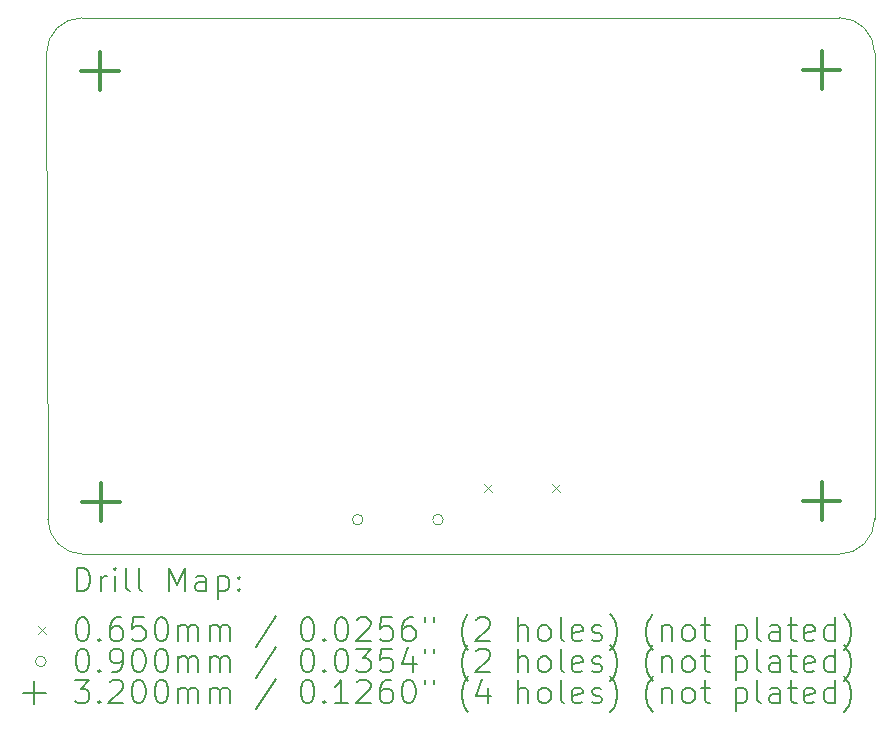
<source format=gbr>
%TF.GenerationSoftware,KiCad,Pcbnew,8.0.5*%
%TF.CreationDate,2024-10-31T19:08:07-07:00*%
%TF.ProjectId,PIG-19,5049472d-3139-42e6-9b69-6361645f7063,rev?*%
%TF.SameCoordinates,Original*%
%TF.FileFunction,Drillmap*%
%TF.FilePolarity,Positive*%
%FSLAX45Y45*%
G04 Gerber Fmt 4.5, Leading zero omitted, Abs format (unit mm)*
G04 Created by KiCad (PCBNEW 8.0.5) date 2024-10-31 19:08:07*
%MOMM*%
%LPD*%
G01*
G04 APERTURE LIST*
%ADD10C,0.050000*%
%ADD11C,0.200000*%
%ADD12C,0.100000*%
%ADD13C,0.320000*%
G04 APERTURE END LIST*
D10*
X12799726Y-10001214D02*
G75*
G02*
X12499087Y-9702120I-647J299994D01*
G01*
X19199147Y-10000055D02*
X12799726Y-10001214D01*
X12499095Y-9702120D02*
X12487195Y-5758752D01*
X19499936Y-5756905D02*
X19499091Y-9699148D01*
X19499091Y-9699148D02*
G75*
G02*
X19199147Y-10000052I-300001J-902D01*
G01*
X19199846Y-5456841D02*
G75*
G02*
X19499929Y-5756905I94J-299989D01*
G01*
X12787195Y-5458752D02*
X19199846Y-5456841D01*
X12487195Y-5758752D02*
G75*
G02*
X12787195Y-5458746I300005J2D01*
G01*
D11*
D12*
X16190695Y-9407252D02*
X16255695Y-9472252D01*
X16255695Y-9407252D02*
X16190695Y-9472252D01*
X16768695Y-9407252D02*
X16833696Y-9472252D01*
X16833696Y-9407252D02*
X16768695Y-9472252D01*
X15167195Y-9707752D02*
G75*
G02*
X15077195Y-9707752I-45000J0D01*
G01*
X15077195Y-9707752D02*
G75*
G02*
X15167195Y-9707752I45000J0D01*
G01*
X15847195Y-9707752D02*
G75*
G02*
X15757195Y-9707752I-45000J0D01*
G01*
X15757195Y-9707752D02*
G75*
G02*
X15847195Y-9707752I45000J0D01*
G01*
D13*
X12937641Y-5748597D02*
X12937641Y-6068597D01*
X12777641Y-5908597D02*
X13097641Y-5908597D01*
X12950445Y-9396000D02*
X12950445Y-9716000D01*
X12790445Y-9556000D02*
X13110445Y-9556000D01*
X19049555Y-5742597D02*
X19049555Y-6062597D01*
X18889555Y-5902597D02*
X19209555Y-5902597D01*
X19050000Y-9390000D02*
X19050000Y-9710000D01*
X18890000Y-9550000D02*
X19210000Y-9550000D01*
D11*
X12745472Y-10315198D02*
X12745472Y-10115198D01*
X12745472Y-10115198D02*
X12793091Y-10115198D01*
X12793091Y-10115198D02*
X12821663Y-10124722D01*
X12821663Y-10124722D02*
X12840710Y-10143770D01*
X12840710Y-10143770D02*
X12850234Y-10162817D01*
X12850234Y-10162817D02*
X12859758Y-10200913D01*
X12859758Y-10200913D02*
X12859758Y-10229484D01*
X12859758Y-10229484D02*
X12850234Y-10267579D01*
X12850234Y-10267579D02*
X12840710Y-10286627D01*
X12840710Y-10286627D02*
X12821663Y-10305675D01*
X12821663Y-10305675D02*
X12793091Y-10315198D01*
X12793091Y-10315198D02*
X12745472Y-10315198D01*
X12945472Y-10315198D02*
X12945472Y-10181865D01*
X12945472Y-10219960D02*
X12954996Y-10200913D01*
X12954996Y-10200913D02*
X12964520Y-10191389D01*
X12964520Y-10191389D02*
X12983567Y-10181865D01*
X12983567Y-10181865D02*
X13002615Y-10181865D01*
X13069282Y-10315198D02*
X13069282Y-10181865D01*
X13069282Y-10115198D02*
X13059758Y-10124722D01*
X13059758Y-10124722D02*
X13069282Y-10134246D01*
X13069282Y-10134246D02*
X13078806Y-10124722D01*
X13078806Y-10124722D02*
X13069282Y-10115198D01*
X13069282Y-10115198D02*
X13069282Y-10134246D01*
X13193091Y-10315198D02*
X13174044Y-10305675D01*
X13174044Y-10305675D02*
X13164520Y-10286627D01*
X13164520Y-10286627D02*
X13164520Y-10115198D01*
X13297853Y-10315198D02*
X13278806Y-10305675D01*
X13278806Y-10305675D02*
X13269282Y-10286627D01*
X13269282Y-10286627D02*
X13269282Y-10115198D01*
X13526425Y-10315198D02*
X13526425Y-10115198D01*
X13526425Y-10115198D02*
X13593091Y-10258056D01*
X13593091Y-10258056D02*
X13659758Y-10115198D01*
X13659758Y-10115198D02*
X13659758Y-10315198D01*
X13840710Y-10315198D02*
X13840710Y-10210437D01*
X13840710Y-10210437D02*
X13831187Y-10191389D01*
X13831187Y-10191389D02*
X13812139Y-10181865D01*
X13812139Y-10181865D02*
X13774044Y-10181865D01*
X13774044Y-10181865D02*
X13754996Y-10191389D01*
X13840710Y-10305675D02*
X13821663Y-10315198D01*
X13821663Y-10315198D02*
X13774044Y-10315198D01*
X13774044Y-10315198D02*
X13754996Y-10305675D01*
X13754996Y-10305675D02*
X13745472Y-10286627D01*
X13745472Y-10286627D02*
X13745472Y-10267579D01*
X13745472Y-10267579D02*
X13754996Y-10248532D01*
X13754996Y-10248532D02*
X13774044Y-10239008D01*
X13774044Y-10239008D02*
X13821663Y-10239008D01*
X13821663Y-10239008D02*
X13840710Y-10229484D01*
X13935948Y-10181865D02*
X13935948Y-10381865D01*
X13935948Y-10191389D02*
X13954996Y-10181865D01*
X13954996Y-10181865D02*
X13993091Y-10181865D01*
X13993091Y-10181865D02*
X14012139Y-10191389D01*
X14012139Y-10191389D02*
X14021663Y-10200913D01*
X14021663Y-10200913D02*
X14031187Y-10219960D01*
X14031187Y-10219960D02*
X14031187Y-10277103D01*
X14031187Y-10277103D02*
X14021663Y-10296151D01*
X14021663Y-10296151D02*
X14012139Y-10305675D01*
X14012139Y-10305675D02*
X13993091Y-10315198D01*
X13993091Y-10315198D02*
X13954996Y-10315198D01*
X13954996Y-10315198D02*
X13935948Y-10305675D01*
X14116901Y-10296151D02*
X14126425Y-10305675D01*
X14126425Y-10305675D02*
X14116901Y-10315198D01*
X14116901Y-10315198D02*
X14107377Y-10305675D01*
X14107377Y-10305675D02*
X14116901Y-10296151D01*
X14116901Y-10296151D02*
X14116901Y-10315198D01*
X14116901Y-10191389D02*
X14126425Y-10200913D01*
X14126425Y-10200913D02*
X14116901Y-10210437D01*
X14116901Y-10210437D02*
X14107377Y-10200913D01*
X14107377Y-10200913D02*
X14116901Y-10191389D01*
X14116901Y-10191389D02*
X14116901Y-10210437D01*
D12*
X12419695Y-10611215D02*
X12484695Y-10676215D01*
X12484695Y-10611215D02*
X12419695Y-10676215D01*
D11*
X12783567Y-10535198D02*
X12802615Y-10535198D01*
X12802615Y-10535198D02*
X12821663Y-10544722D01*
X12821663Y-10544722D02*
X12831187Y-10554246D01*
X12831187Y-10554246D02*
X12840710Y-10573294D01*
X12840710Y-10573294D02*
X12850234Y-10611389D01*
X12850234Y-10611389D02*
X12850234Y-10659008D01*
X12850234Y-10659008D02*
X12840710Y-10697103D01*
X12840710Y-10697103D02*
X12831187Y-10716151D01*
X12831187Y-10716151D02*
X12821663Y-10725675D01*
X12821663Y-10725675D02*
X12802615Y-10735198D01*
X12802615Y-10735198D02*
X12783567Y-10735198D01*
X12783567Y-10735198D02*
X12764520Y-10725675D01*
X12764520Y-10725675D02*
X12754996Y-10716151D01*
X12754996Y-10716151D02*
X12745472Y-10697103D01*
X12745472Y-10697103D02*
X12735948Y-10659008D01*
X12735948Y-10659008D02*
X12735948Y-10611389D01*
X12735948Y-10611389D02*
X12745472Y-10573294D01*
X12745472Y-10573294D02*
X12754996Y-10554246D01*
X12754996Y-10554246D02*
X12764520Y-10544722D01*
X12764520Y-10544722D02*
X12783567Y-10535198D01*
X12935948Y-10716151D02*
X12945472Y-10725675D01*
X12945472Y-10725675D02*
X12935948Y-10735198D01*
X12935948Y-10735198D02*
X12926425Y-10725675D01*
X12926425Y-10725675D02*
X12935948Y-10716151D01*
X12935948Y-10716151D02*
X12935948Y-10735198D01*
X13116901Y-10535198D02*
X13078806Y-10535198D01*
X13078806Y-10535198D02*
X13059758Y-10544722D01*
X13059758Y-10544722D02*
X13050234Y-10554246D01*
X13050234Y-10554246D02*
X13031187Y-10582817D01*
X13031187Y-10582817D02*
X13021663Y-10620913D01*
X13021663Y-10620913D02*
X13021663Y-10697103D01*
X13021663Y-10697103D02*
X13031187Y-10716151D01*
X13031187Y-10716151D02*
X13040710Y-10725675D01*
X13040710Y-10725675D02*
X13059758Y-10735198D01*
X13059758Y-10735198D02*
X13097853Y-10735198D01*
X13097853Y-10735198D02*
X13116901Y-10725675D01*
X13116901Y-10725675D02*
X13126425Y-10716151D01*
X13126425Y-10716151D02*
X13135948Y-10697103D01*
X13135948Y-10697103D02*
X13135948Y-10649484D01*
X13135948Y-10649484D02*
X13126425Y-10630437D01*
X13126425Y-10630437D02*
X13116901Y-10620913D01*
X13116901Y-10620913D02*
X13097853Y-10611389D01*
X13097853Y-10611389D02*
X13059758Y-10611389D01*
X13059758Y-10611389D02*
X13040710Y-10620913D01*
X13040710Y-10620913D02*
X13031187Y-10630437D01*
X13031187Y-10630437D02*
X13021663Y-10649484D01*
X13316901Y-10535198D02*
X13221663Y-10535198D01*
X13221663Y-10535198D02*
X13212139Y-10630437D01*
X13212139Y-10630437D02*
X13221663Y-10620913D01*
X13221663Y-10620913D02*
X13240710Y-10611389D01*
X13240710Y-10611389D02*
X13288329Y-10611389D01*
X13288329Y-10611389D02*
X13307377Y-10620913D01*
X13307377Y-10620913D02*
X13316901Y-10630437D01*
X13316901Y-10630437D02*
X13326425Y-10649484D01*
X13326425Y-10649484D02*
X13326425Y-10697103D01*
X13326425Y-10697103D02*
X13316901Y-10716151D01*
X13316901Y-10716151D02*
X13307377Y-10725675D01*
X13307377Y-10725675D02*
X13288329Y-10735198D01*
X13288329Y-10735198D02*
X13240710Y-10735198D01*
X13240710Y-10735198D02*
X13221663Y-10725675D01*
X13221663Y-10725675D02*
X13212139Y-10716151D01*
X13450234Y-10535198D02*
X13469282Y-10535198D01*
X13469282Y-10535198D02*
X13488329Y-10544722D01*
X13488329Y-10544722D02*
X13497853Y-10554246D01*
X13497853Y-10554246D02*
X13507377Y-10573294D01*
X13507377Y-10573294D02*
X13516901Y-10611389D01*
X13516901Y-10611389D02*
X13516901Y-10659008D01*
X13516901Y-10659008D02*
X13507377Y-10697103D01*
X13507377Y-10697103D02*
X13497853Y-10716151D01*
X13497853Y-10716151D02*
X13488329Y-10725675D01*
X13488329Y-10725675D02*
X13469282Y-10735198D01*
X13469282Y-10735198D02*
X13450234Y-10735198D01*
X13450234Y-10735198D02*
X13431187Y-10725675D01*
X13431187Y-10725675D02*
X13421663Y-10716151D01*
X13421663Y-10716151D02*
X13412139Y-10697103D01*
X13412139Y-10697103D02*
X13402615Y-10659008D01*
X13402615Y-10659008D02*
X13402615Y-10611389D01*
X13402615Y-10611389D02*
X13412139Y-10573294D01*
X13412139Y-10573294D02*
X13421663Y-10554246D01*
X13421663Y-10554246D02*
X13431187Y-10544722D01*
X13431187Y-10544722D02*
X13450234Y-10535198D01*
X13602615Y-10735198D02*
X13602615Y-10601865D01*
X13602615Y-10620913D02*
X13612139Y-10611389D01*
X13612139Y-10611389D02*
X13631187Y-10601865D01*
X13631187Y-10601865D02*
X13659758Y-10601865D01*
X13659758Y-10601865D02*
X13678806Y-10611389D01*
X13678806Y-10611389D02*
X13688329Y-10630437D01*
X13688329Y-10630437D02*
X13688329Y-10735198D01*
X13688329Y-10630437D02*
X13697853Y-10611389D01*
X13697853Y-10611389D02*
X13716901Y-10601865D01*
X13716901Y-10601865D02*
X13745472Y-10601865D01*
X13745472Y-10601865D02*
X13764520Y-10611389D01*
X13764520Y-10611389D02*
X13774044Y-10630437D01*
X13774044Y-10630437D02*
X13774044Y-10735198D01*
X13869282Y-10735198D02*
X13869282Y-10601865D01*
X13869282Y-10620913D02*
X13878806Y-10611389D01*
X13878806Y-10611389D02*
X13897853Y-10601865D01*
X13897853Y-10601865D02*
X13926425Y-10601865D01*
X13926425Y-10601865D02*
X13945472Y-10611389D01*
X13945472Y-10611389D02*
X13954996Y-10630437D01*
X13954996Y-10630437D02*
X13954996Y-10735198D01*
X13954996Y-10630437D02*
X13964520Y-10611389D01*
X13964520Y-10611389D02*
X13983568Y-10601865D01*
X13983568Y-10601865D02*
X14012139Y-10601865D01*
X14012139Y-10601865D02*
X14031187Y-10611389D01*
X14031187Y-10611389D02*
X14040710Y-10630437D01*
X14040710Y-10630437D02*
X14040710Y-10735198D01*
X14431187Y-10525675D02*
X14259758Y-10782817D01*
X14688330Y-10535198D02*
X14707377Y-10535198D01*
X14707377Y-10535198D02*
X14726425Y-10544722D01*
X14726425Y-10544722D02*
X14735949Y-10554246D01*
X14735949Y-10554246D02*
X14745472Y-10573294D01*
X14745472Y-10573294D02*
X14754996Y-10611389D01*
X14754996Y-10611389D02*
X14754996Y-10659008D01*
X14754996Y-10659008D02*
X14745472Y-10697103D01*
X14745472Y-10697103D02*
X14735949Y-10716151D01*
X14735949Y-10716151D02*
X14726425Y-10725675D01*
X14726425Y-10725675D02*
X14707377Y-10735198D01*
X14707377Y-10735198D02*
X14688330Y-10735198D01*
X14688330Y-10735198D02*
X14669282Y-10725675D01*
X14669282Y-10725675D02*
X14659758Y-10716151D01*
X14659758Y-10716151D02*
X14650234Y-10697103D01*
X14650234Y-10697103D02*
X14640711Y-10659008D01*
X14640711Y-10659008D02*
X14640711Y-10611389D01*
X14640711Y-10611389D02*
X14650234Y-10573294D01*
X14650234Y-10573294D02*
X14659758Y-10554246D01*
X14659758Y-10554246D02*
X14669282Y-10544722D01*
X14669282Y-10544722D02*
X14688330Y-10535198D01*
X14840711Y-10716151D02*
X14850234Y-10725675D01*
X14850234Y-10725675D02*
X14840711Y-10735198D01*
X14840711Y-10735198D02*
X14831187Y-10725675D01*
X14831187Y-10725675D02*
X14840711Y-10716151D01*
X14840711Y-10716151D02*
X14840711Y-10735198D01*
X14974044Y-10535198D02*
X14993092Y-10535198D01*
X14993092Y-10535198D02*
X15012139Y-10544722D01*
X15012139Y-10544722D02*
X15021663Y-10554246D01*
X15021663Y-10554246D02*
X15031187Y-10573294D01*
X15031187Y-10573294D02*
X15040711Y-10611389D01*
X15040711Y-10611389D02*
X15040711Y-10659008D01*
X15040711Y-10659008D02*
X15031187Y-10697103D01*
X15031187Y-10697103D02*
X15021663Y-10716151D01*
X15021663Y-10716151D02*
X15012139Y-10725675D01*
X15012139Y-10725675D02*
X14993092Y-10735198D01*
X14993092Y-10735198D02*
X14974044Y-10735198D01*
X14974044Y-10735198D02*
X14954996Y-10725675D01*
X14954996Y-10725675D02*
X14945472Y-10716151D01*
X14945472Y-10716151D02*
X14935949Y-10697103D01*
X14935949Y-10697103D02*
X14926425Y-10659008D01*
X14926425Y-10659008D02*
X14926425Y-10611389D01*
X14926425Y-10611389D02*
X14935949Y-10573294D01*
X14935949Y-10573294D02*
X14945472Y-10554246D01*
X14945472Y-10554246D02*
X14954996Y-10544722D01*
X14954996Y-10544722D02*
X14974044Y-10535198D01*
X15116901Y-10554246D02*
X15126425Y-10544722D01*
X15126425Y-10544722D02*
X15145472Y-10535198D01*
X15145472Y-10535198D02*
X15193092Y-10535198D01*
X15193092Y-10535198D02*
X15212139Y-10544722D01*
X15212139Y-10544722D02*
X15221663Y-10554246D01*
X15221663Y-10554246D02*
X15231187Y-10573294D01*
X15231187Y-10573294D02*
X15231187Y-10592341D01*
X15231187Y-10592341D02*
X15221663Y-10620913D01*
X15221663Y-10620913D02*
X15107377Y-10735198D01*
X15107377Y-10735198D02*
X15231187Y-10735198D01*
X15412139Y-10535198D02*
X15316901Y-10535198D01*
X15316901Y-10535198D02*
X15307377Y-10630437D01*
X15307377Y-10630437D02*
X15316901Y-10620913D01*
X15316901Y-10620913D02*
X15335949Y-10611389D01*
X15335949Y-10611389D02*
X15383568Y-10611389D01*
X15383568Y-10611389D02*
X15402615Y-10620913D01*
X15402615Y-10620913D02*
X15412139Y-10630437D01*
X15412139Y-10630437D02*
X15421663Y-10649484D01*
X15421663Y-10649484D02*
X15421663Y-10697103D01*
X15421663Y-10697103D02*
X15412139Y-10716151D01*
X15412139Y-10716151D02*
X15402615Y-10725675D01*
X15402615Y-10725675D02*
X15383568Y-10735198D01*
X15383568Y-10735198D02*
X15335949Y-10735198D01*
X15335949Y-10735198D02*
X15316901Y-10725675D01*
X15316901Y-10725675D02*
X15307377Y-10716151D01*
X15593092Y-10535198D02*
X15554996Y-10535198D01*
X15554996Y-10535198D02*
X15535949Y-10544722D01*
X15535949Y-10544722D02*
X15526425Y-10554246D01*
X15526425Y-10554246D02*
X15507377Y-10582817D01*
X15507377Y-10582817D02*
X15497853Y-10620913D01*
X15497853Y-10620913D02*
X15497853Y-10697103D01*
X15497853Y-10697103D02*
X15507377Y-10716151D01*
X15507377Y-10716151D02*
X15516901Y-10725675D01*
X15516901Y-10725675D02*
X15535949Y-10735198D01*
X15535949Y-10735198D02*
X15574044Y-10735198D01*
X15574044Y-10735198D02*
X15593092Y-10725675D01*
X15593092Y-10725675D02*
X15602615Y-10716151D01*
X15602615Y-10716151D02*
X15612139Y-10697103D01*
X15612139Y-10697103D02*
X15612139Y-10649484D01*
X15612139Y-10649484D02*
X15602615Y-10630437D01*
X15602615Y-10630437D02*
X15593092Y-10620913D01*
X15593092Y-10620913D02*
X15574044Y-10611389D01*
X15574044Y-10611389D02*
X15535949Y-10611389D01*
X15535949Y-10611389D02*
X15516901Y-10620913D01*
X15516901Y-10620913D02*
X15507377Y-10630437D01*
X15507377Y-10630437D02*
X15497853Y-10649484D01*
X15688330Y-10535198D02*
X15688330Y-10573294D01*
X15764520Y-10535198D02*
X15764520Y-10573294D01*
X16059758Y-10811389D02*
X16050234Y-10801865D01*
X16050234Y-10801865D02*
X16031187Y-10773294D01*
X16031187Y-10773294D02*
X16021663Y-10754246D01*
X16021663Y-10754246D02*
X16012139Y-10725675D01*
X16012139Y-10725675D02*
X16002615Y-10678056D01*
X16002615Y-10678056D02*
X16002615Y-10639960D01*
X16002615Y-10639960D02*
X16012139Y-10592341D01*
X16012139Y-10592341D02*
X16021663Y-10563770D01*
X16021663Y-10563770D02*
X16031187Y-10544722D01*
X16031187Y-10544722D02*
X16050234Y-10516151D01*
X16050234Y-10516151D02*
X16059758Y-10506627D01*
X16126425Y-10554246D02*
X16135949Y-10544722D01*
X16135949Y-10544722D02*
X16154996Y-10535198D01*
X16154996Y-10535198D02*
X16202615Y-10535198D01*
X16202615Y-10535198D02*
X16221663Y-10544722D01*
X16221663Y-10544722D02*
X16231187Y-10554246D01*
X16231187Y-10554246D02*
X16240711Y-10573294D01*
X16240711Y-10573294D02*
X16240711Y-10592341D01*
X16240711Y-10592341D02*
X16231187Y-10620913D01*
X16231187Y-10620913D02*
X16116901Y-10735198D01*
X16116901Y-10735198D02*
X16240711Y-10735198D01*
X16478806Y-10735198D02*
X16478806Y-10535198D01*
X16564520Y-10735198D02*
X16564520Y-10630437D01*
X16564520Y-10630437D02*
X16554996Y-10611389D01*
X16554996Y-10611389D02*
X16535949Y-10601865D01*
X16535949Y-10601865D02*
X16507377Y-10601865D01*
X16507377Y-10601865D02*
X16488330Y-10611389D01*
X16488330Y-10611389D02*
X16478806Y-10620913D01*
X16688330Y-10735198D02*
X16669282Y-10725675D01*
X16669282Y-10725675D02*
X16659758Y-10716151D01*
X16659758Y-10716151D02*
X16650235Y-10697103D01*
X16650235Y-10697103D02*
X16650235Y-10639960D01*
X16650235Y-10639960D02*
X16659758Y-10620913D01*
X16659758Y-10620913D02*
X16669282Y-10611389D01*
X16669282Y-10611389D02*
X16688330Y-10601865D01*
X16688330Y-10601865D02*
X16716901Y-10601865D01*
X16716901Y-10601865D02*
X16735949Y-10611389D01*
X16735949Y-10611389D02*
X16745473Y-10620913D01*
X16745473Y-10620913D02*
X16754996Y-10639960D01*
X16754996Y-10639960D02*
X16754996Y-10697103D01*
X16754996Y-10697103D02*
X16745473Y-10716151D01*
X16745473Y-10716151D02*
X16735949Y-10725675D01*
X16735949Y-10725675D02*
X16716901Y-10735198D01*
X16716901Y-10735198D02*
X16688330Y-10735198D01*
X16869282Y-10735198D02*
X16850235Y-10725675D01*
X16850235Y-10725675D02*
X16840711Y-10706627D01*
X16840711Y-10706627D02*
X16840711Y-10535198D01*
X17021663Y-10725675D02*
X17002616Y-10735198D01*
X17002616Y-10735198D02*
X16964520Y-10735198D01*
X16964520Y-10735198D02*
X16945473Y-10725675D01*
X16945473Y-10725675D02*
X16935949Y-10706627D01*
X16935949Y-10706627D02*
X16935949Y-10630437D01*
X16935949Y-10630437D02*
X16945473Y-10611389D01*
X16945473Y-10611389D02*
X16964520Y-10601865D01*
X16964520Y-10601865D02*
X17002616Y-10601865D01*
X17002616Y-10601865D02*
X17021663Y-10611389D01*
X17021663Y-10611389D02*
X17031187Y-10630437D01*
X17031187Y-10630437D02*
X17031187Y-10649484D01*
X17031187Y-10649484D02*
X16935949Y-10668532D01*
X17107378Y-10725675D02*
X17126425Y-10735198D01*
X17126425Y-10735198D02*
X17164520Y-10735198D01*
X17164520Y-10735198D02*
X17183568Y-10725675D01*
X17183568Y-10725675D02*
X17193092Y-10706627D01*
X17193092Y-10706627D02*
X17193092Y-10697103D01*
X17193092Y-10697103D02*
X17183568Y-10678056D01*
X17183568Y-10678056D02*
X17164520Y-10668532D01*
X17164520Y-10668532D02*
X17135949Y-10668532D01*
X17135949Y-10668532D02*
X17116901Y-10659008D01*
X17116901Y-10659008D02*
X17107378Y-10639960D01*
X17107378Y-10639960D02*
X17107378Y-10630437D01*
X17107378Y-10630437D02*
X17116901Y-10611389D01*
X17116901Y-10611389D02*
X17135949Y-10601865D01*
X17135949Y-10601865D02*
X17164520Y-10601865D01*
X17164520Y-10601865D02*
X17183568Y-10611389D01*
X17259759Y-10811389D02*
X17269282Y-10801865D01*
X17269282Y-10801865D02*
X17288330Y-10773294D01*
X17288330Y-10773294D02*
X17297854Y-10754246D01*
X17297854Y-10754246D02*
X17307378Y-10725675D01*
X17307378Y-10725675D02*
X17316901Y-10678056D01*
X17316901Y-10678056D02*
X17316901Y-10639960D01*
X17316901Y-10639960D02*
X17307378Y-10592341D01*
X17307378Y-10592341D02*
X17297854Y-10563770D01*
X17297854Y-10563770D02*
X17288330Y-10544722D01*
X17288330Y-10544722D02*
X17269282Y-10516151D01*
X17269282Y-10516151D02*
X17259759Y-10506627D01*
X17621663Y-10811389D02*
X17612139Y-10801865D01*
X17612139Y-10801865D02*
X17593092Y-10773294D01*
X17593092Y-10773294D02*
X17583568Y-10754246D01*
X17583568Y-10754246D02*
X17574044Y-10725675D01*
X17574044Y-10725675D02*
X17564520Y-10678056D01*
X17564520Y-10678056D02*
X17564520Y-10639960D01*
X17564520Y-10639960D02*
X17574044Y-10592341D01*
X17574044Y-10592341D02*
X17583568Y-10563770D01*
X17583568Y-10563770D02*
X17593092Y-10544722D01*
X17593092Y-10544722D02*
X17612139Y-10516151D01*
X17612139Y-10516151D02*
X17621663Y-10506627D01*
X17697854Y-10601865D02*
X17697854Y-10735198D01*
X17697854Y-10620913D02*
X17707378Y-10611389D01*
X17707378Y-10611389D02*
X17726425Y-10601865D01*
X17726425Y-10601865D02*
X17754997Y-10601865D01*
X17754997Y-10601865D02*
X17774044Y-10611389D01*
X17774044Y-10611389D02*
X17783568Y-10630437D01*
X17783568Y-10630437D02*
X17783568Y-10735198D01*
X17907378Y-10735198D02*
X17888330Y-10725675D01*
X17888330Y-10725675D02*
X17878806Y-10716151D01*
X17878806Y-10716151D02*
X17869282Y-10697103D01*
X17869282Y-10697103D02*
X17869282Y-10639960D01*
X17869282Y-10639960D02*
X17878806Y-10620913D01*
X17878806Y-10620913D02*
X17888330Y-10611389D01*
X17888330Y-10611389D02*
X17907378Y-10601865D01*
X17907378Y-10601865D02*
X17935949Y-10601865D01*
X17935949Y-10601865D02*
X17954997Y-10611389D01*
X17954997Y-10611389D02*
X17964520Y-10620913D01*
X17964520Y-10620913D02*
X17974044Y-10639960D01*
X17974044Y-10639960D02*
X17974044Y-10697103D01*
X17974044Y-10697103D02*
X17964520Y-10716151D01*
X17964520Y-10716151D02*
X17954997Y-10725675D01*
X17954997Y-10725675D02*
X17935949Y-10735198D01*
X17935949Y-10735198D02*
X17907378Y-10735198D01*
X18031187Y-10601865D02*
X18107378Y-10601865D01*
X18059759Y-10535198D02*
X18059759Y-10706627D01*
X18059759Y-10706627D02*
X18069282Y-10725675D01*
X18069282Y-10725675D02*
X18088330Y-10735198D01*
X18088330Y-10735198D02*
X18107378Y-10735198D01*
X18326425Y-10601865D02*
X18326425Y-10801865D01*
X18326425Y-10611389D02*
X18345473Y-10601865D01*
X18345473Y-10601865D02*
X18383568Y-10601865D01*
X18383568Y-10601865D02*
X18402616Y-10611389D01*
X18402616Y-10611389D02*
X18412140Y-10620913D01*
X18412140Y-10620913D02*
X18421663Y-10639960D01*
X18421663Y-10639960D02*
X18421663Y-10697103D01*
X18421663Y-10697103D02*
X18412140Y-10716151D01*
X18412140Y-10716151D02*
X18402616Y-10725675D01*
X18402616Y-10725675D02*
X18383568Y-10735198D01*
X18383568Y-10735198D02*
X18345473Y-10735198D01*
X18345473Y-10735198D02*
X18326425Y-10725675D01*
X18535949Y-10735198D02*
X18516901Y-10725675D01*
X18516901Y-10725675D02*
X18507378Y-10706627D01*
X18507378Y-10706627D02*
X18507378Y-10535198D01*
X18697854Y-10735198D02*
X18697854Y-10630437D01*
X18697854Y-10630437D02*
X18688330Y-10611389D01*
X18688330Y-10611389D02*
X18669282Y-10601865D01*
X18669282Y-10601865D02*
X18631187Y-10601865D01*
X18631187Y-10601865D02*
X18612140Y-10611389D01*
X18697854Y-10725675D02*
X18678806Y-10735198D01*
X18678806Y-10735198D02*
X18631187Y-10735198D01*
X18631187Y-10735198D02*
X18612140Y-10725675D01*
X18612140Y-10725675D02*
X18602616Y-10706627D01*
X18602616Y-10706627D02*
X18602616Y-10687579D01*
X18602616Y-10687579D02*
X18612140Y-10668532D01*
X18612140Y-10668532D02*
X18631187Y-10659008D01*
X18631187Y-10659008D02*
X18678806Y-10659008D01*
X18678806Y-10659008D02*
X18697854Y-10649484D01*
X18764521Y-10601865D02*
X18840711Y-10601865D01*
X18793092Y-10535198D02*
X18793092Y-10706627D01*
X18793092Y-10706627D02*
X18802616Y-10725675D01*
X18802616Y-10725675D02*
X18821663Y-10735198D01*
X18821663Y-10735198D02*
X18840711Y-10735198D01*
X18983568Y-10725675D02*
X18964521Y-10735198D01*
X18964521Y-10735198D02*
X18926425Y-10735198D01*
X18926425Y-10735198D02*
X18907378Y-10725675D01*
X18907378Y-10725675D02*
X18897854Y-10706627D01*
X18897854Y-10706627D02*
X18897854Y-10630437D01*
X18897854Y-10630437D02*
X18907378Y-10611389D01*
X18907378Y-10611389D02*
X18926425Y-10601865D01*
X18926425Y-10601865D02*
X18964521Y-10601865D01*
X18964521Y-10601865D02*
X18983568Y-10611389D01*
X18983568Y-10611389D02*
X18993092Y-10630437D01*
X18993092Y-10630437D02*
X18993092Y-10649484D01*
X18993092Y-10649484D02*
X18897854Y-10668532D01*
X19164521Y-10735198D02*
X19164521Y-10535198D01*
X19164521Y-10725675D02*
X19145473Y-10735198D01*
X19145473Y-10735198D02*
X19107378Y-10735198D01*
X19107378Y-10735198D02*
X19088330Y-10725675D01*
X19088330Y-10725675D02*
X19078806Y-10716151D01*
X19078806Y-10716151D02*
X19069282Y-10697103D01*
X19069282Y-10697103D02*
X19069282Y-10639960D01*
X19069282Y-10639960D02*
X19078806Y-10620913D01*
X19078806Y-10620913D02*
X19088330Y-10611389D01*
X19088330Y-10611389D02*
X19107378Y-10601865D01*
X19107378Y-10601865D02*
X19145473Y-10601865D01*
X19145473Y-10601865D02*
X19164521Y-10611389D01*
X19240711Y-10811389D02*
X19250235Y-10801865D01*
X19250235Y-10801865D02*
X19269282Y-10773294D01*
X19269282Y-10773294D02*
X19278806Y-10754246D01*
X19278806Y-10754246D02*
X19288330Y-10725675D01*
X19288330Y-10725675D02*
X19297854Y-10678056D01*
X19297854Y-10678056D02*
X19297854Y-10639960D01*
X19297854Y-10639960D02*
X19288330Y-10592341D01*
X19288330Y-10592341D02*
X19278806Y-10563770D01*
X19278806Y-10563770D02*
X19269282Y-10544722D01*
X19269282Y-10544722D02*
X19250235Y-10516151D01*
X19250235Y-10516151D02*
X19240711Y-10506627D01*
D12*
X12484695Y-10907715D02*
G75*
G02*
X12394695Y-10907715I-45000J0D01*
G01*
X12394695Y-10907715D02*
G75*
G02*
X12484695Y-10907715I45000J0D01*
G01*
D11*
X12783567Y-10799198D02*
X12802615Y-10799198D01*
X12802615Y-10799198D02*
X12821663Y-10808722D01*
X12821663Y-10808722D02*
X12831187Y-10818246D01*
X12831187Y-10818246D02*
X12840710Y-10837294D01*
X12840710Y-10837294D02*
X12850234Y-10875389D01*
X12850234Y-10875389D02*
X12850234Y-10923008D01*
X12850234Y-10923008D02*
X12840710Y-10961103D01*
X12840710Y-10961103D02*
X12831187Y-10980151D01*
X12831187Y-10980151D02*
X12821663Y-10989675D01*
X12821663Y-10989675D02*
X12802615Y-10999198D01*
X12802615Y-10999198D02*
X12783567Y-10999198D01*
X12783567Y-10999198D02*
X12764520Y-10989675D01*
X12764520Y-10989675D02*
X12754996Y-10980151D01*
X12754996Y-10980151D02*
X12745472Y-10961103D01*
X12745472Y-10961103D02*
X12735948Y-10923008D01*
X12735948Y-10923008D02*
X12735948Y-10875389D01*
X12735948Y-10875389D02*
X12745472Y-10837294D01*
X12745472Y-10837294D02*
X12754996Y-10818246D01*
X12754996Y-10818246D02*
X12764520Y-10808722D01*
X12764520Y-10808722D02*
X12783567Y-10799198D01*
X12935948Y-10980151D02*
X12945472Y-10989675D01*
X12945472Y-10989675D02*
X12935948Y-10999198D01*
X12935948Y-10999198D02*
X12926425Y-10989675D01*
X12926425Y-10989675D02*
X12935948Y-10980151D01*
X12935948Y-10980151D02*
X12935948Y-10999198D01*
X13040710Y-10999198D02*
X13078806Y-10999198D01*
X13078806Y-10999198D02*
X13097853Y-10989675D01*
X13097853Y-10989675D02*
X13107377Y-10980151D01*
X13107377Y-10980151D02*
X13126425Y-10951579D01*
X13126425Y-10951579D02*
X13135948Y-10913484D01*
X13135948Y-10913484D02*
X13135948Y-10837294D01*
X13135948Y-10837294D02*
X13126425Y-10818246D01*
X13126425Y-10818246D02*
X13116901Y-10808722D01*
X13116901Y-10808722D02*
X13097853Y-10799198D01*
X13097853Y-10799198D02*
X13059758Y-10799198D01*
X13059758Y-10799198D02*
X13040710Y-10808722D01*
X13040710Y-10808722D02*
X13031187Y-10818246D01*
X13031187Y-10818246D02*
X13021663Y-10837294D01*
X13021663Y-10837294D02*
X13021663Y-10884913D01*
X13021663Y-10884913D02*
X13031187Y-10903960D01*
X13031187Y-10903960D02*
X13040710Y-10913484D01*
X13040710Y-10913484D02*
X13059758Y-10923008D01*
X13059758Y-10923008D02*
X13097853Y-10923008D01*
X13097853Y-10923008D02*
X13116901Y-10913484D01*
X13116901Y-10913484D02*
X13126425Y-10903960D01*
X13126425Y-10903960D02*
X13135948Y-10884913D01*
X13259758Y-10799198D02*
X13278806Y-10799198D01*
X13278806Y-10799198D02*
X13297853Y-10808722D01*
X13297853Y-10808722D02*
X13307377Y-10818246D01*
X13307377Y-10818246D02*
X13316901Y-10837294D01*
X13316901Y-10837294D02*
X13326425Y-10875389D01*
X13326425Y-10875389D02*
X13326425Y-10923008D01*
X13326425Y-10923008D02*
X13316901Y-10961103D01*
X13316901Y-10961103D02*
X13307377Y-10980151D01*
X13307377Y-10980151D02*
X13297853Y-10989675D01*
X13297853Y-10989675D02*
X13278806Y-10999198D01*
X13278806Y-10999198D02*
X13259758Y-10999198D01*
X13259758Y-10999198D02*
X13240710Y-10989675D01*
X13240710Y-10989675D02*
X13231187Y-10980151D01*
X13231187Y-10980151D02*
X13221663Y-10961103D01*
X13221663Y-10961103D02*
X13212139Y-10923008D01*
X13212139Y-10923008D02*
X13212139Y-10875389D01*
X13212139Y-10875389D02*
X13221663Y-10837294D01*
X13221663Y-10837294D02*
X13231187Y-10818246D01*
X13231187Y-10818246D02*
X13240710Y-10808722D01*
X13240710Y-10808722D02*
X13259758Y-10799198D01*
X13450234Y-10799198D02*
X13469282Y-10799198D01*
X13469282Y-10799198D02*
X13488329Y-10808722D01*
X13488329Y-10808722D02*
X13497853Y-10818246D01*
X13497853Y-10818246D02*
X13507377Y-10837294D01*
X13507377Y-10837294D02*
X13516901Y-10875389D01*
X13516901Y-10875389D02*
X13516901Y-10923008D01*
X13516901Y-10923008D02*
X13507377Y-10961103D01*
X13507377Y-10961103D02*
X13497853Y-10980151D01*
X13497853Y-10980151D02*
X13488329Y-10989675D01*
X13488329Y-10989675D02*
X13469282Y-10999198D01*
X13469282Y-10999198D02*
X13450234Y-10999198D01*
X13450234Y-10999198D02*
X13431187Y-10989675D01*
X13431187Y-10989675D02*
X13421663Y-10980151D01*
X13421663Y-10980151D02*
X13412139Y-10961103D01*
X13412139Y-10961103D02*
X13402615Y-10923008D01*
X13402615Y-10923008D02*
X13402615Y-10875389D01*
X13402615Y-10875389D02*
X13412139Y-10837294D01*
X13412139Y-10837294D02*
X13421663Y-10818246D01*
X13421663Y-10818246D02*
X13431187Y-10808722D01*
X13431187Y-10808722D02*
X13450234Y-10799198D01*
X13602615Y-10999198D02*
X13602615Y-10865865D01*
X13602615Y-10884913D02*
X13612139Y-10875389D01*
X13612139Y-10875389D02*
X13631187Y-10865865D01*
X13631187Y-10865865D02*
X13659758Y-10865865D01*
X13659758Y-10865865D02*
X13678806Y-10875389D01*
X13678806Y-10875389D02*
X13688329Y-10894437D01*
X13688329Y-10894437D02*
X13688329Y-10999198D01*
X13688329Y-10894437D02*
X13697853Y-10875389D01*
X13697853Y-10875389D02*
X13716901Y-10865865D01*
X13716901Y-10865865D02*
X13745472Y-10865865D01*
X13745472Y-10865865D02*
X13764520Y-10875389D01*
X13764520Y-10875389D02*
X13774044Y-10894437D01*
X13774044Y-10894437D02*
X13774044Y-10999198D01*
X13869282Y-10999198D02*
X13869282Y-10865865D01*
X13869282Y-10884913D02*
X13878806Y-10875389D01*
X13878806Y-10875389D02*
X13897853Y-10865865D01*
X13897853Y-10865865D02*
X13926425Y-10865865D01*
X13926425Y-10865865D02*
X13945472Y-10875389D01*
X13945472Y-10875389D02*
X13954996Y-10894437D01*
X13954996Y-10894437D02*
X13954996Y-10999198D01*
X13954996Y-10894437D02*
X13964520Y-10875389D01*
X13964520Y-10875389D02*
X13983568Y-10865865D01*
X13983568Y-10865865D02*
X14012139Y-10865865D01*
X14012139Y-10865865D02*
X14031187Y-10875389D01*
X14031187Y-10875389D02*
X14040710Y-10894437D01*
X14040710Y-10894437D02*
X14040710Y-10999198D01*
X14431187Y-10789675D02*
X14259758Y-11046817D01*
X14688330Y-10799198D02*
X14707377Y-10799198D01*
X14707377Y-10799198D02*
X14726425Y-10808722D01*
X14726425Y-10808722D02*
X14735949Y-10818246D01*
X14735949Y-10818246D02*
X14745472Y-10837294D01*
X14745472Y-10837294D02*
X14754996Y-10875389D01*
X14754996Y-10875389D02*
X14754996Y-10923008D01*
X14754996Y-10923008D02*
X14745472Y-10961103D01*
X14745472Y-10961103D02*
X14735949Y-10980151D01*
X14735949Y-10980151D02*
X14726425Y-10989675D01*
X14726425Y-10989675D02*
X14707377Y-10999198D01*
X14707377Y-10999198D02*
X14688330Y-10999198D01*
X14688330Y-10999198D02*
X14669282Y-10989675D01*
X14669282Y-10989675D02*
X14659758Y-10980151D01*
X14659758Y-10980151D02*
X14650234Y-10961103D01*
X14650234Y-10961103D02*
X14640711Y-10923008D01*
X14640711Y-10923008D02*
X14640711Y-10875389D01*
X14640711Y-10875389D02*
X14650234Y-10837294D01*
X14650234Y-10837294D02*
X14659758Y-10818246D01*
X14659758Y-10818246D02*
X14669282Y-10808722D01*
X14669282Y-10808722D02*
X14688330Y-10799198D01*
X14840711Y-10980151D02*
X14850234Y-10989675D01*
X14850234Y-10989675D02*
X14840711Y-10999198D01*
X14840711Y-10999198D02*
X14831187Y-10989675D01*
X14831187Y-10989675D02*
X14840711Y-10980151D01*
X14840711Y-10980151D02*
X14840711Y-10999198D01*
X14974044Y-10799198D02*
X14993092Y-10799198D01*
X14993092Y-10799198D02*
X15012139Y-10808722D01*
X15012139Y-10808722D02*
X15021663Y-10818246D01*
X15021663Y-10818246D02*
X15031187Y-10837294D01*
X15031187Y-10837294D02*
X15040711Y-10875389D01*
X15040711Y-10875389D02*
X15040711Y-10923008D01*
X15040711Y-10923008D02*
X15031187Y-10961103D01*
X15031187Y-10961103D02*
X15021663Y-10980151D01*
X15021663Y-10980151D02*
X15012139Y-10989675D01*
X15012139Y-10989675D02*
X14993092Y-10999198D01*
X14993092Y-10999198D02*
X14974044Y-10999198D01*
X14974044Y-10999198D02*
X14954996Y-10989675D01*
X14954996Y-10989675D02*
X14945472Y-10980151D01*
X14945472Y-10980151D02*
X14935949Y-10961103D01*
X14935949Y-10961103D02*
X14926425Y-10923008D01*
X14926425Y-10923008D02*
X14926425Y-10875389D01*
X14926425Y-10875389D02*
X14935949Y-10837294D01*
X14935949Y-10837294D02*
X14945472Y-10818246D01*
X14945472Y-10818246D02*
X14954996Y-10808722D01*
X14954996Y-10808722D02*
X14974044Y-10799198D01*
X15107377Y-10799198D02*
X15231187Y-10799198D01*
X15231187Y-10799198D02*
X15164520Y-10875389D01*
X15164520Y-10875389D02*
X15193092Y-10875389D01*
X15193092Y-10875389D02*
X15212139Y-10884913D01*
X15212139Y-10884913D02*
X15221663Y-10894437D01*
X15221663Y-10894437D02*
X15231187Y-10913484D01*
X15231187Y-10913484D02*
X15231187Y-10961103D01*
X15231187Y-10961103D02*
X15221663Y-10980151D01*
X15221663Y-10980151D02*
X15212139Y-10989675D01*
X15212139Y-10989675D02*
X15193092Y-10999198D01*
X15193092Y-10999198D02*
X15135949Y-10999198D01*
X15135949Y-10999198D02*
X15116901Y-10989675D01*
X15116901Y-10989675D02*
X15107377Y-10980151D01*
X15412139Y-10799198D02*
X15316901Y-10799198D01*
X15316901Y-10799198D02*
X15307377Y-10894437D01*
X15307377Y-10894437D02*
X15316901Y-10884913D01*
X15316901Y-10884913D02*
X15335949Y-10875389D01*
X15335949Y-10875389D02*
X15383568Y-10875389D01*
X15383568Y-10875389D02*
X15402615Y-10884913D01*
X15402615Y-10884913D02*
X15412139Y-10894437D01*
X15412139Y-10894437D02*
X15421663Y-10913484D01*
X15421663Y-10913484D02*
X15421663Y-10961103D01*
X15421663Y-10961103D02*
X15412139Y-10980151D01*
X15412139Y-10980151D02*
X15402615Y-10989675D01*
X15402615Y-10989675D02*
X15383568Y-10999198D01*
X15383568Y-10999198D02*
X15335949Y-10999198D01*
X15335949Y-10999198D02*
X15316901Y-10989675D01*
X15316901Y-10989675D02*
X15307377Y-10980151D01*
X15593092Y-10865865D02*
X15593092Y-10999198D01*
X15545472Y-10789675D02*
X15497853Y-10932532D01*
X15497853Y-10932532D02*
X15621663Y-10932532D01*
X15688330Y-10799198D02*
X15688330Y-10837294D01*
X15764520Y-10799198D02*
X15764520Y-10837294D01*
X16059758Y-11075389D02*
X16050234Y-11065865D01*
X16050234Y-11065865D02*
X16031187Y-11037294D01*
X16031187Y-11037294D02*
X16021663Y-11018246D01*
X16021663Y-11018246D02*
X16012139Y-10989675D01*
X16012139Y-10989675D02*
X16002615Y-10942056D01*
X16002615Y-10942056D02*
X16002615Y-10903960D01*
X16002615Y-10903960D02*
X16012139Y-10856341D01*
X16012139Y-10856341D02*
X16021663Y-10827770D01*
X16021663Y-10827770D02*
X16031187Y-10808722D01*
X16031187Y-10808722D02*
X16050234Y-10780151D01*
X16050234Y-10780151D02*
X16059758Y-10770627D01*
X16126425Y-10818246D02*
X16135949Y-10808722D01*
X16135949Y-10808722D02*
X16154996Y-10799198D01*
X16154996Y-10799198D02*
X16202615Y-10799198D01*
X16202615Y-10799198D02*
X16221663Y-10808722D01*
X16221663Y-10808722D02*
X16231187Y-10818246D01*
X16231187Y-10818246D02*
X16240711Y-10837294D01*
X16240711Y-10837294D02*
X16240711Y-10856341D01*
X16240711Y-10856341D02*
X16231187Y-10884913D01*
X16231187Y-10884913D02*
X16116901Y-10999198D01*
X16116901Y-10999198D02*
X16240711Y-10999198D01*
X16478806Y-10999198D02*
X16478806Y-10799198D01*
X16564520Y-10999198D02*
X16564520Y-10894437D01*
X16564520Y-10894437D02*
X16554996Y-10875389D01*
X16554996Y-10875389D02*
X16535949Y-10865865D01*
X16535949Y-10865865D02*
X16507377Y-10865865D01*
X16507377Y-10865865D02*
X16488330Y-10875389D01*
X16488330Y-10875389D02*
X16478806Y-10884913D01*
X16688330Y-10999198D02*
X16669282Y-10989675D01*
X16669282Y-10989675D02*
X16659758Y-10980151D01*
X16659758Y-10980151D02*
X16650235Y-10961103D01*
X16650235Y-10961103D02*
X16650235Y-10903960D01*
X16650235Y-10903960D02*
X16659758Y-10884913D01*
X16659758Y-10884913D02*
X16669282Y-10875389D01*
X16669282Y-10875389D02*
X16688330Y-10865865D01*
X16688330Y-10865865D02*
X16716901Y-10865865D01*
X16716901Y-10865865D02*
X16735949Y-10875389D01*
X16735949Y-10875389D02*
X16745473Y-10884913D01*
X16745473Y-10884913D02*
X16754996Y-10903960D01*
X16754996Y-10903960D02*
X16754996Y-10961103D01*
X16754996Y-10961103D02*
X16745473Y-10980151D01*
X16745473Y-10980151D02*
X16735949Y-10989675D01*
X16735949Y-10989675D02*
X16716901Y-10999198D01*
X16716901Y-10999198D02*
X16688330Y-10999198D01*
X16869282Y-10999198D02*
X16850235Y-10989675D01*
X16850235Y-10989675D02*
X16840711Y-10970627D01*
X16840711Y-10970627D02*
X16840711Y-10799198D01*
X17021663Y-10989675D02*
X17002616Y-10999198D01*
X17002616Y-10999198D02*
X16964520Y-10999198D01*
X16964520Y-10999198D02*
X16945473Y-10989675D01*
X16945473Y-10989675D02*
X16935949Y-10970627D01*
X16935949Y-10970627D02*
X16935949Y-10894437D01*
X16935949Y-10894437D02*
X16945473Y-10875389D01*
X16945473Y-10875389D02*
X16964520Y-10865865D01*
X16964520Y-10865865D02*
X17002616Y-10865865D01*
X17002616Y-10865865D02*
X17021663Y-10875389D01*
X17021663Y-10875389D02*
X17031187Y-10894437D01*
X17031187Y-10894437D02*
X17031187Y-10913484D01*
X17031187Y-10913484D02*
X16935949Y-10932532D01*
X17107378Y-10989675D02*
X17126425Y-10999198D01*
X17126425Y-10999198D02*
X17164520Y-10999198D01*
X17164520Y-10999198D02*
X17183568Y-10989675D01*
X17183568Y-10989675D02*
X17193092Y-10970627D01*
X17193092Y-10970627D02*
X17193092Y-10961103D01*
X17193092Y-10961103D02*
X17183568Y-10942056D01*
X17183568Y-10942056D02*
X17164520Y-10932532D01*
X17164520Y-10932532D02*
X17135949Y-10932532D01*
X17135949Y-10932532D02*
X17116901Y-10923008D01*
X17116901Y-10923008D02*
X17107378Y-10903960D01*
X17107378Y-10903960D02*
X17107378Y-10894437D01*
X17107378Y-10894437D02*
X17116901Y-10875389D01*
X17116901Y-10875389D02*
X17135949Y-10865865D01*
X17135949Y-10865865D02*
X17164520Y-10865865D01*
X17164520Y-10865865D02*
X17183568Y-10875389D01*
X17259759Y-11075389D02*
X17269282Y-11065865D01*
X17269282Y-11065865D02*
X17288330Y-11037294D01*
X17288330Y-11037294D02*
X17297854Y-11018246D01*
X17297854Y-11018246D02*
X17307378Y-10989675D01*
X17307378Y-10989675D02*
X17316901Y-10942056D01*
X17316901Y-10942056D02*
X17316901Y-10903960D01*
X17316901Y-10903960D02*
X17307378Y-10856341D01*
X17307378Y-10856341D02*
X17297854Y-10827770D01*
X17297854Y-10827770D02*
X17288330Y-10808722D01*
X17288330Y-10808722D02*
X17269282Y-10780151D01*
X17269282Y-10780151D02*
X17259759Y-10770627D01*
X17621663Y-11075389D02*
X17612139Y-11065865D01*
X17612139Y-11065865D02*
X17593092Y-11037294D01*
X17593092Y-11037294D02*
X17583568Y-11018246D01*
X17583568Y-11018246D02*
X17574044Y-10989675D01*
X17574044Y-10989675D02*
X17564520Y-10942056D01*
X17564520Y-10942056D02*
X17564520Y-10903960D01*
X17564520Y-10903960D02*
X17574044Y-10856341D01*
X17574044Y-10856341D02*
X17583568Y-10827770D01*
X17583568Y-10827770D02*
X17593092Y-10808722D01*
X17593092Y-10808722D02*
X17612139Y-10780151D01*
X17612139Y-10780151D02*
X17621663Y-10770627D01*
X17697854Y-10865865D02*
X17697854Y-10999198D01*
X17697854Y-10884913D02*
X17707378Y-10875389D01*
X17707378Y-10875389D02*
X17726425Y-10865865D01*
X17726425Y-10865865D02*
X17754997Y-10865865D01*
X17754997Y-10865865D02*
X17774044Y-10875389D01*
X17774044Y-10875389D02*
X17783568Y-10894437D01*
X17783568Y-10894437D02*
X17783568Y-10999198D01*
X17907378Y-10999198D02*
X17888330Y-10989675D01*
X17888330Y-10989675D02*
X17878806Y-10980151D01*
X17878806Y-10980151D02*
X17869282Y-10961103D01*
X17869282Y-10961103D02*
X17869282Y-10903960D01*
X17869282Y-10903960D02*
X17878806Y-10884913D01*
X17878806Y-10884913D02*
X17888330Y-10875389D01*
X17888330Y-10875389D02*
X17907378Y-10865865D01*
X17907378Y-10865865D02*
X17935949Y-10865865D01*
X17935949Y-10865865D02*
X17954997Y-10875389D01*
X17954997Y-10875389D02*
X17964520Y-10884913D01*
X17964520Y-10884913D02*
X17974044Y-10903960D01*
X17974044Y-10903960D02*
X17974044Y-10961103D01*
X17974044Y-10961103D02*
X17964520Y-10980151D01*
X17964520Y-10980151D02*
X17954997Y-10989675D01*
X17954997Y-10989675D02*
X17935949Y-10999198D01*
X17935949Y-10999198D02*
X17907378Y-10999198D01*
X18031187Y-10865865D02*
X18107378Y-10865865D01*
X18059759Y-10799198D02*
X18059759Y-10970627D01*
X18059759Y-10970627D02*
X18069282Y-10989675D01*
X18069282Y-10989675D02*
X18088330Y-10999198D01*
X18088330Y-10999198D02*
X18107378Y-10999198D01*
X18326425Y-10865865D02*
X18326425Y-11065865D01*
X18326425Y-10875389D02*
X18345473Y-10865865D01*
X18345473Y-10865865D02*
X18383568Y-10865865D01*
X18383568Y-10865865D02*
X18402616Y-10875389D01*
X18402616Y-10875389D02*
X18412140Y-10884913D01*
X18412140Y-10884913D02*
X18421663Y-10903960D01*
X18421663Y-10903960D02*
X18421663Y-10961103D01*
X18421663Y-10961103D02*
X18412140Y-10980151D01*
X18412140Y-10980151D02*
X18402616Y-10989675D01*
X18402616Y-10989675D02*
X18383568Y-10999198D01*
X18383568Y-10999198D02*
X18345473Y-10999198D01*
X18345473Y-10999198D02*
X18326425Y-10989675D01*
X18535949Y-10999198D02*
X18516901Y-10989675D01*
X18516901Y-10989675D02*
X18507378Y-10970627D01*
X18507378Y-10970627D02*
X18507378Y-10799198D01*
X18697854Y-10999198D02*
X18697854Y-10894437D01*
X18697854Y-10894437D02*
X18688330Y-10875389D01*
X18688330Y-10875389D02*
X18669282Y-10865865D01*
X18669282Y-10865865D02*
X18631187Y-10865865D01*
X18631187Y-10865865D02*
X18612140Y-10875389D01*
X18697854Y-10989675D02*
X18678806Y-10999198D01*
X18678806Y-10999198D02*
X18631187Y-10999198D01*
X18631187Y-10999198D02*
X18612140Y-10989675D01*
X18612140Y-10989675D02*
X18602616Y-10970627D01*
X18602616Y-10970627D02*
X18602616Y-10951579D01*
X18602616Y-10951579D02*
X18612140Y-10932532D01*
X18612140Y-10932532D02*
X18631187Y-10923008D01*
X18631187Y-10923008D02*
X18678806Y-10923008D01*
X18678806Y-10923008D02*
X18697854Y-10913484D01*
X18764521Y-10865865D02*
X18840711Y-10865865D01*
X18793092Y-10799198D02*
X18793092Y-10970627D01*
X18793092Y-10970627D02*
X18802616Y-10989675D01*
X18802616Y-10989675D02*
X18821663Y-10999198D01*
X18821663Y-10999198D02*
X18840711Y-10999198D01*
X18983568Y-10989675D02*
X18964521Y-10999198D01*
X18964521Y-10999198D02*
X18926425Y-10999198D01*
X18926425Y-10999198D02*
X18907378Y-10989675D01*
X18907378Y-10989675D02*
X18897854Y-10970627D01*
X18897854Y-10970627D02*
X18897854Y-10894437D01*
X18897854Y-10894437D02*
X18907378Y-10875389D01*
X18907378Y-10875389D02*
X18926425Y-10865865D01*
X18926425Y-10865865D02*
X18964521Y-10865865D01*
X18964521Y-10865865D02*
X18983568Y-10875389D01*
X18983568Y-10875389D02*
X18993092Y-10894437D01*
X18993092Y-10894437D02*
X18993092Y-10913484D01*
X18993092Y-10913484D02*
X18897854Y-10932532D01*
X19164521Y-10999198D02*
X19164521Y-10799198D01*
X19164521Y-10989675D02*
X19145473Y-10999198D01*
X19145473Y-10999198D02*
X19107378Y-10999198D01*
X19107378Y-10999198D02*
X19088330Y-10989675D01*
X19088330Y-10989675D02*
X19078806Y-10980151D01*
X19078806Y-10980151D02*
X19069282Y-10961103D01*
X19069282Y-10961103D02*
X19069282Y-10903960D01*
X19069282Y-10903960D02*
X19078806Y-10884913D01*
X19078806Y-10884913D02*
X19088330Y-10875389D01*
X19088330Y-10875389D02*
X19107378Y-10865865D01*
X19107378Y-10865865D02*
X19145473Y-10865865D01*
X19145473Y-10865865D02*
X19164521Y-10875389D01*
X19240711Y-11075389D02*
X19250235Y-11065865D01*
X19250235Y-11065865D02*
X19269282Y-11037294D01*
X19269282Y-11037294D02*
X19278806Y-11018246D01*
X19278806Y-11018246D02*
X19288330Y-10989675D01*
X19288330Y-10989675D02*
X19297854Y-10942056D01*
X19297854Y-10942056D02*
X19297854Y-10903960D01*
X19297854Y-10903960D02*
X19288330Y-10856341D01*
X19288330Y-10856341D02*
X19278806Y-10827770D01*
X19278806Y-10827770D02*
X19269282Y-10808722D01*
X19269282Y-10808722D02*
X19250235Y-10780151D01*
X19250235Y-10780151D02*
X19240711Y-10770627D01*
X12384695Y-11071715D02*
X12384695Y-11271715D01*
X12284695Y-11171715D02*
X12484695Y-11171715D01*
X12726425Y-11063198D02*
X12850234Y-11063198D01*
X12850234Y-11063198D02*
X12783567Y-11139389D01*
X12783567Y-11139389D02*
X12812139Y-11139389D01*
X12812139Y-11139389D02*
X12831187Y-11148913D01*
X12831187Y-11148913D02*
X12840710Y-11158437D01*
X12840710Y-11158437D02*
X12850234Y-11177484D01*
X12850234Y-11177484D02*
X12850234Y-11225103D01*
X12850234Y-11225103D02*
X12840710Y-11244151D01*
X12840710Y-11244151D02*
X12831187Y-11253675D01*
X12831187Y-11253675D02*
X12812139Y-11263198D01*
X12812139Y-11263198D02*
X12754996Y-11263198D01*
X12754996Y-11263198D02*
X12735948Y-11253675D01*
X12735948Y-11253675D02*
X12726425Y-11244151D01*
X12935948Y-11244151D02*
X12945472Y-11253675D01*
X12945472Y-11253675D02*
X12935948Y-11263198D01*
X12935948Y-11263198D02*
X12926425Y-11253675D01*
X12926425Y-11253675D02*
X12935948Y-11244151D01*
X12935948Y-11244151D02*
X12935948Y-11263198D01*
X13021663Y-11082246D02*
X13031187Y-11072722D01*
X13031187Y-11072722D02*
X13050234Y-11063198D01*
X13050234Y-11063198D02*
X13097853Y-11063198D01*
X13097853Y-11063198D02*
X13116901Y-11072722D01*
X13116901Y-11072722D02*
X13126425Y-11082246D01*
X13126425Y-11082246D02*
X13135948Y-11101294D01*
X13135948Y-11101294D02*
X13135948Y-11120341D01*
X13135948Y-11120341D02*
X13126425Y-11148913D01*
X13126425Y-11148913D02*
X13012139Y-11263198D01*
X13012139Y-11263198D02*
X13135948Y-11263198D01*
X13259758Y-11063198D02*
X13278806Y-11063198D01*
X13278806Y-11063198D02*
X13297853Y-11072722D01*
X13297853Y-11072722D02*
X13307377Y-11082246D01*
X13307377Y-11082246D02*
X13316901Y-11101294D01*
X13316901Y-11101294D02*
X13326425Y-11139389D01*
X13326425Y-11139389D02*
X13326425Y-11187008D01*
X13326425Y-11187008D02*
X13316901Y-11225103D01*
X13316901Y-11225103D02*
X13307377Y-11244151D01*
X13307377Y-11244151D02*
X13297853Y-11253675D01*
X13297853Y-11253675D02*
X13278806Y-11263198D01*
X13278806Y-11263198D02*
X13259758Y-11263198D01*
X13259758Y-11263198D02*
X13240710Y-11253675D01*
X13240710Y-11253675D02*
X13231187Y-11244151D01*
X13231187Y-11244151D02*
X13221663Y-11225103D01*
X13221663Y-11225103D02*
X13212139Y-11187008D01*
X13212139Y-11187008D02*
X13212139Y-11139389D01*
X13212139Y-11139389D02*
X13221663Y-11101294D01*
X13221663Y-11101294D02*
X13231187Y-11082246D01*
X13231187Y-11082246D02*
X13240710Y-11072722D01*
X13240710Y-11072722D02*
X13259758Y-11063198D01*
X13450234Y-11063198D02*
X13469282Y-11063198D01*
X13469282Y-11063198D02*
X13488329Y-11072722D01*
X13488329Y-11072722D02*
X13497853Y-11082246D01*
X13497853Y-11082246D02*
X13507377Y-11101294D01*
X13507377Y-11101294D02*
X13516901Y-11139389D01*
X13516901Y-11139389D02*
X13516901Y-11187008D01*
X13516901Y-11187008D02*
X13507377Y-11225103D01*
X13507377Y-11225103D02*
X13497853Y-11244151D01*
X13497853Y-11244151D02*
X13488329Y-11253675D01*
X13488329Y-11253675D02*
X13469282Y-11263198D01*
X13469282Y-11263198D02*
X13450234Y-11263198D01*
X13450234Y-11263198D02*
X13431187Y-11253675D01*
X13431187Y-11253675D02*
X13421663Y-11244151D01*
X13421663Y-11244151D02*
X13412139Y-11225103D01*
X13412139Y-11225103D02*
X13402615Y-11187008D01*
X13402615Y-11187008D02*
X13402615Y-11139389D01*
X13402615Y-11139389D02*
X13412139Y-11101294D01*
X13412139Y-11101294D02*
X13421663Y-11082246D01*
X13421663Y-11082246D02*
X13431187Y-11072722D01*
X13431187Y-11072722D02*
X13450234Y-11063198D01*
X13602615Y-11263198D02*
X13602615Y-11129865D01*
X13602615Y-11148913D02*
X13612139Y-11139389D01*
X13612139Y-11139389D02*
X13631187Y-11129865D01*
X13631187Y-11129865D02*
X13659758Y-11129865D01*
X13659758Y-11129865D02*
X13678806Y-11139389D01*
X13678806Y-11139389D02*
X13688329Y-11158437D01*
X13688329Y-11158437D02*
X13688329Y-11263198D01*
X13688329Y-11158437D02*
X13697853Y-11139389D01*
X13697853Y-11139389D02*
X13716901Y-11129865D01*
X13716901Y-11129865D02*
X13745472Y-11129865D01*
X13745472Y-11129865D02*
X13764520Y-11139389D01*
X13764520Y-11139389D02*
X13774044Y-11158437D01*
X13774044Y-11158437D02*
X13774044Y-11263198D01*
X13869282Y-11263198D02*
X13869282Y-11129865D01*
X13869282Y-11148913D02*
X13878806Y-11139389D01*
X13878806Y-11139389D02*
X13897853Y-11129865D01*
X13897853Y-11129865D02*
X13926425Y-11129865D01*
X13926425Y-11129865D02*
X13945472Y-11139389D01*
X13945472Y-11139389D02*
X13954996Y-11158437D01*
X13954996Y-11158437D02*
X13954996Y-11263198D01*
X13954996Y-11158437D02*
X13964520Y-11139389D01*
X13964520Y-11139389D02*
X13983568Y-11129865D01*
X13983568Y-11129865D02*
X14012139Y-11129865D01*
X14012139Y-11129865D02*
X14031187Y-11139389D01*
X14031187Y-11139389D02*
X14040710Y-11158437D01*
X14040710Y-11158437D02*
X14040710Y-11263198D01*
X14431187Y-11053675D02*
X14259758Y-11310817D01*
X14688330Y-11063198D02*
X14707377Y-11063198D01*
X14707377Y-11063198D02*
X14726425Y-11072722D01*
X14726425Y-11072722D02*
X14735949Y-11082246D01*
X14735949Y-11082246D02*
X14745472Y-11101294D01*
X14745472Y-11101294D02*
X14754996Y-11139389D01*
X14754996Y-11139389D02*
X14754996Y-11187008D01*
X14754996Y-11187008D02*
X14745472Y-11225103D01*
X14745472Y-11225103D02*
X14735949Y-11244151D01*
X14735949Y-11244151D02*
X14726425Y-11253675D01*
X14726425Y-11253675D02*
X14707377Y-11263198D01*
X14707377Y-11263198D02*
X14688330Y-11263198D01*
X14688330Y-11263198D02*
X14669282Y-11253675D01*
X14669282Y-11253675D02*
X14659758Y-11244151D01*
X14659758Y-11244151D02*
X14650234Y-11225103D01*
X14650234Y-11225103D02*
X14640711Y-11187008D01*
X14640711Y-11187008D02*
X14640711Y-11139389D01*
X14640711Y-11139389D02*
X14650234Y-11101294D01*
X14650234Y-11101294D02*
X14659758Y-11082246D01*
X14659758Y-11082246D02*
X14669282Y-11072722D01*
X14669282Y-11072722D02*
X14688330Y-11063198D01*
X14840711Y-11244151D02*
X14850234Y-11253675D01*
X14850234Y-11253675D02*
X14840711Y-11263198D01*
X14840711Y-11263198D02*
X14831187Y-11253675D01*
X14831187Y-11253675D02*
X14840711Y-11244151D01*
X14840711Y-11244151D02*
X14840711Y-11263198D01*
X15040711Y-11263198D02*
X14926425Y-11263198D01*
X14983568Y-11263198D02*
X14983568Y-11063198D01*
X14983568Y-11063198D02*
X14964520Y-11091770D01*
X14964520Y-11091770D02*
X14945472Y-11110817D01*
X14945472Y-11110817D02*
X14926425Y-11120341D01*
X15116901Y-11082246D02*
X15126425Y-11072722D01*
X15126425Y-11072722D02*
X15145472Y-11063198D01*
X15145472Y-11063198D02*
X15193092Y-11063198D01*
X15193092Y-11063198D02*
X15212139Y-11072722D01*
X15212139Y-11072722D02*
X15221663Y-11082246D01*
X15221663Y-11082246D02*
X15231187Y-11101294D01*
X15231187Y-11101294D02*
X15231187Y-11120341D01*
X15231187Y-11120341D02*
X15221663Y-11148913D01*
X15221663Y-11148913D02*
X15107377Y-11263198D01*
X15107377Y-11263198D02*
X15231187Y-11263198D01*
X15402615Y-11063198D02*
X15364520Y-11063198D01*
X15364520Y-11063198D02*
X15345472Y-11072722D01*
X15345472Y-11072722D02*
X15335949Y-11082246D01*
X15335949Y-11082246D02*
X15316901Y-11110817D01*
X15316901Y-11110817D02*
X15307377Y-11148913D01*
X15307377Y-11148913D02*
X15307377Y-11225103D01*
X15307377Y-11225103D02*
X15316901Y-11244151D01*
X15316901Y-11244151D02*
X15326425Y-11253675D01*
X15326425Y-11253675D02*
X15345472Y-11263198D01*
X15345472Y-11263198D02*
X15383568Y-11263198D01*
X15383568Y-11263198D02*
X15402615Y-11253675D01*
X15402615Y-11253675D02*
X15412139Y-11244151D01*
X15412139Y-11244151D02*
X15421663Y-11225103D01*
X15421663Y-11225103D02*
X15421663Y-11177484D01*
X15421663Y-11177484D02*
X15412139Y-11158437D01*
X15412139Y-11158437D02*
X15402615Y-11148913D01*
X15402615Y-11148913D02*
X15383568Y-11139389D01*
X15383568Y-11139389D02*
X15345472Y-11139389D01*
X15345472Y-11139389D02*
X15326425Y-11148913D01*
X15326425Y-11148913D02*
X15316901Y-11158437D01*
X15316901Y-11158437D02*
X15307377Y-11177484D01*
X15545472Y-11063198D02*
X15564520Y-11063198D01*
X15564520Y-11063198D02*
X15583568Y-11072722D01*
X15583568Y-11072722D02*
X15593092Y-11082246D01*
X15593092Y-11082246D02*
X15602615Y-11101294D01*
X15602615Y-11101294D02*
X15612139Y-11139389D01*
X15612139Y-11139389D02*
X15612139Y-11187008D01*
X15612139Y-11187008D02*
X15602615Y-11225103D01*
X15602615Y-11225103D02*
X15593092Y-11244151D01*
X15593092Y-11244151D02*
X15583568Y-11253675D01*
X15583568Y-11253675D02*
X15564520Y-11263198D01*
X15564520Y-11263198D02*
X15545472Y-11263198D01*
X15545472Y-11263198D02*
X15526425Y-11253675D01*
X15526425Y-11253675D02*
X15516901Y-11244151D01*
X15516901Y-11244151D02*
X15507377Y-11225103D01*
X15507377Y-11225103D02*
X15497853Y-11187008D01*
X15497853Y-11187008D02*
X15497853Y-11139389D01*
X15497853Y-11139389D02*
X15507377Y-11101294D01*
X15507377Y-11101294D02*
X15516901Y-11082246D01*
X15516901Y-11082246D02*
X15526425Y-11072722D01*
X15526425Y-11072722D02*
X15545472Y-11063198D01*
X15688330Y-11063198D02*
X15688330Y-11101294D01*
X15764520Y-11063198D02*
X15764520Y-11101294D01*
X16059758Y-11339389D02*
X16050234Y-11329865D01*
X16050234Y-11329865D02*
X16031187Y-11301294D01*
X16031187Y-11301294D02*
X16021663Y-11282246D01*
X16021663Y-11282246D02*
X16012139Y-11253675D01*
X16012139Y-11253675D02*
X16002615Y-11206055D01*
X16002615Y-11206055D02*
X16002615Y-11167960D01*
X16002615Y-11167960D02*
X16012139Y-11120341D01*
X16012139Y-11120341D02*
X16021663Y-11091770D01*
X16021663Y-11091770D02*
X16031187Y-11072722D01*
X16031187Y-11072722D02*
X16050234Y-11044151D01*
X16050234Y-11044151D02*
X16059758Y-11034627D01*
X16221663Y-11129865D02*
X16221663Y-11263198D01*
X16174044Y-11053675D02*
X16126425Y-11196532D01*
X16126425Y-11196532D02*
X16250234Y-11196532D01*
X16478806Y-11263198D02*
X16478806Y-11063198D01*
X16564520Y-11263198D02*
X16564520Y-11158437D01*
X16564520Y-11158437D02*
X16554996Y-11139389D01*
X16554996Y-11139389D02*
X16535949Y-11129865D01*
X16535949Y-11129865D02*
X16507377Y-11129865D01*
X16507377Y-11129865D02*
X16488330Y-11139389D01*
X16488330Y-11139389D02*
X16478806Y-11148913D01*
X16688330Y-11263198D02*
X16669282Y-11253675D01*
X16669282Y-11253675D02*
X16659758Y-11244151D01*
X16659758Y-11244151D02*
X16650235Y-11225103D01*
X16650235Y-11225103D02*
X16650235Y-11167960D01*
X16650235Y-11167960D02*
X16659758Y-11148913D01*
X16659758Y-11148913D02*
X16669282Y-11139389D01*
X16669282Y-11139389D02*
X16688330Y-11129865D01*
X16688330Y-11129865D02*
X16716901Y-11129865D01*
X16716901Y-11129865D02*
X16735949Y-11139389D01*
X16735949Y-11139389D02*
X16745473Y-11148913D01*
X16745473Y-11148913D02*
X16754996Y-11167960D01*
X16754996Y-11167960D02*
X16754996Y-11225103D01*
X16754996Y-11225103D02*
X16745473Y-11244151D01*
X16745473Y-11244151D02*
X16735949Y-11253675D01*
X16735949Y-11253675D02*
X16716901Y-11263198D01*
X16716901Y-11263198D02*
X16688330Y-11263198D01*
X16869282Y-11263198D02*
X16850235Y-11253675D01*
X16850235Y-11253675D02*
X16840711Y-11234627D01*
X16840711Y-11234627D02*
X16840711Y-11063198D01*
X17021663Y-11253675D02*
X17002616Y-11263198D01*
X17002616Y-11263198D02*
X16964520Y-11263198D01*
X16964520Y-11263198D02*
X16945473Y-11253675D01*
X16945473Y-11253675D02*
X16935949Y-11234627D01*
X16935949Y-11234627D02*
X16935949Y-11158437D01*
X16935949Y-11158437D02*
X16945473Y-11139389D01*
X16945473Y-11139389D02*
X16964520Y-11129865D01*
X16964520Y-11129865D02*
X17002616Y-11129865D01*
X17002616Y-11129865D02*
X17021663Y-11139389D01*
X17021663Y-11139389D02*
X17031187Y-11158437D01*
X17031187Y-11158437D02*
X17031187Y-11177484D01*
X17031187Y-11177484D02*
X16935949Y-11196532D01*
X17107378Y-11253675D02*
X17126425Y-11263198D01*
X17126425Y-11263198D02*
X17164520Y-11263198D01*
X17164520Y-11263198D02*
X17183568Y-11253675D01*
X17183568Y-11253675D02*
X17193092Y-11234627D01*
X17193092Y-11234627D02*
X17193092Y-11225103D01*
X17193092Y-11225103D02*
X17183568Y-11206055D01*
X17183568Y-11206055D02*
X17164520Y-11196532D01*
X17164520Y-11196532D02*
X17135949Y-11196532D01*
X17135949Y-11196532D02*
X17116901Y-11187008D01*
X17116901Y-11187008D02*
X17107378Y-11167960D01*
X17107378Y-11167960D02*
X17107378Y-11158437D01*
X17107378Y-11158437D02*
X17116901Y-11139389D01*
X17116901Y-11139389D02*
X17135949Y-11129865D01*
X17135949Y-11129865D02*
X17164520Y-11129865D01*
X17164520Y-11129865D02*
X17183568Y-11139389D01*
X17259759Y-11339389D02*
X17269282Y-11329865D01*
X17269282Y-11329865D02*
X17288330Y-11301294D01*
X17288330Y-11301294D02*
X17297854Y-11282246D01*
X17297854Y-11282246D02*
X17307378Y-11253675D01*
X17307378Y-11253675D02*
X17316901Y-11206055D01*
X17316901Y-11206055D02*
X17316901Y-11167960D01*
X17316901Y-11167960D02*
X17307378Y-11120341D01*
X17307378Y-11120341D02*
X17297854Y-11091770D01*
X17297854Y-11091770D02*
X17288330Y-11072722D01*
X17288330Y-11072722D02*
X17269282Y-11044151D01*
X17269282Y-11044151D02*
X17259759Y-11034627D01*
X17621663Y-11339389D02*
X17612139Y-11329865D01*
X17612139Y-11329865D02*
X17593092Y-11301294D01*
X17593092Y-11301294D02*
X17583568Y-11282246D01*
X17583568Y-11282246D02*
X17574044Y-11253675D01*
X17574044Y-11253675D02*
X17564520Y-11206055D01*
X17564520Y-11206055D02*
X17564520Y-11167960D01*
X17564520Y-11167960D02*
X17574044Y-11120341D01*
X17574044Y-11120341D02*
X17583568Y-11091770D01*
X17583568Y-11091770D02*
X17593092Y-11072722D01*
X17593092Y-11072722D02*
X17612139Y-11044151D01*
X17612139Y-11044151D02*
X17621663Y-11034627D01*
X17697854Y-11129865D02*
X17697854Y-11263198D01*
X17697854Y-11148913D02*
X17707378Y-11139389D01*
X17707378Y-11139389D02*
X17726425Y-11129865D01*
X17726425Y-11129865D02*
X17754997Y-11129865D01*
X17754997Y-11129865D02*
X17774044Y-11139389D01*
X17774044Y-11139389D02*
X17783568Y-11158437D01*
X17783568Y-11158437D02*
X17783568Y-11263198D01*
X17907378Y-11263198D02*
X17888330Y-11253675D01*
X17888330Y-11253675D02*
X17878806Y-11244151D01*
X17878806Y-11244151D02*
X17869282Y-11225103D01*
X17869282Y-11225103D02*
X17869282Y-11167960D01*
X17869282Y-11167960D02*
X17878806Y-11148913D01*
X17878806Y-11148913D02*
X17888330Y-11139389D01*
X17888330Y-11139389D02*
X17907378Y-11129865D01*
X17907378Y-11129865D02*
X17935949Y-11129865D01*
X17935949Y-11129865D02*
X17954997Y-11139389D01*
X17954997Y-11139389D02*
X17964520Y-11148913D01*
X17964520Y-11148913D02*
X17974044Y-11167960D01*
X17974044Y-11167960D02*
X17974044Y-11225103D01*
X17974044Y-11225103D02*
X17964520Y-11244151D01*
X17964520Y-11244151D02*
X17954997Y-11253675D01*
X17954997Y-11253675D02*
X17935949Y-11263198D01*
X17935949Y-11263198D02*
X17907378Y-11263198D01*
X18031187Y-11129865D02*
X18107378Y-11129865D01*
X18059759Y-11063198D02*
X18059759Y-11234627D01*
X18059759Y-11234627D02*
X18069282Y-11253675D01*
X18069282Y-11253675D02*
X18088330Y-11263198D01*
X18088330Y-11263198D02*
X18107378Y-11263198D01*
X18326425Y-11129865D02*
X18326425Y-11329865D01*
X18326425Y-11139389D02*
X18345473Y-11129865D01*
X18345473Y-11129865D02*
X18383568Y-11129865D01*
X18383568Y-11129865D02*
X18402616Y-11139389D01*
X18402616Y-11139389D02*
X18412140Y-11148913D01*
X18412140Y-11148913D02*
X18421663Y-11167960D01*
X18421663Y-11167960D02*
X18421663Y-11225103D01*
X18421663Y-11225103D02*
X18412140Y-11244151D01*
X18412140Y-11244151D02*
X18402616Y-11253675D01*
X18402616Y-11253675D02*
X18383568Y-11263198D01*
X18383568Y-11263198D02*
X18345473Y-11263198D01*
X18345473Y-11263198D02*
X18326425Y-11253675D01*
X18535949Y-11263198D02*
X18516901Y-11253675D01*
X18516901Y-11253675D02*
X18507378Y-11234627D01*
X18507378Y-11234627D02*
X18507378Y-11063198D01*
X18697854Y-11263198D02*
X18697854Y-11158437D01*
X18697854Y-11158437D02*
X18688330Y-11139389D01*
X18688330Y-11139389D02*
X18669282Y-11129865D01*
X18669282Y-11129865D02*
X18631187Y-11129865D01*
X18631187Y-11129865D02*
X18612140Y-11139389D01*
X18697854Y-11253675D02*
X18678806Y-11263198D01*
X18678806Y-11263198D02*
X18631187Y-11263198D01*
X18631187Y-11263198D02*
X18612140Y-11253675D01*
X18612140Y-11253675D02*
X18602616Y-11234627D01*
X18602616Y-11234627D02*
X18602616Y-11215579D01*
X18602616Y-11215579D02*
X18612140Y-11196532D01*
X18612140Y-11196532D02*
X18631187Y-11187008D01*
X18631187Y-11187008D02*
X18678806Y-11187008D01*
X18678806Y-11187008D02*
X18697854Y-11177484D01*
X18764521Y-11129865D02*
X18840711Y-11129865D01*
X18793092Y-11063198D02*
X18793092Y-11234627D01*
X18793092Y-11234627D02*
X18802616Y-11253675D01*
X18802616Y-11253675D02*
X18821663Y-11263198D01*
X18821663Y-11263198D02*
X18840711Y-11263198D01*
X18983568Y-11253675D02*
X18964521Y-11263198D01*
X18964521Y-11263198D02*
X18926425Y-11263198D01*
X18926425Y-11263198D02*
X18907378Y-11253675D01*
X18907378Y-11253675D02*
X18897854Y-11234627D01*
X18897854Y-11234627D02*
X18897854Y-11158437D01*
X18897854Y-11158437D02*
X18907378Y-11139389D01*
X18907378Y-11139389D02*
X18926425Y-11129865D01*
X18926425Y-11129865D02*
X18964521Y-11129865D01*
X18964521Y-11129865D02*
X18983568Y-11139389D01*
X18983568Y-11139389D02*
X18993092Y-11158437D01*
X18993092Y-11158437D02*
X18993092Y-11177484D01*
X18993092Y-11177484D02*
X18897854Y-11196532D01*
X19164521Y-11263198D02*
X19164521Y-11063198D01*
X19164521Y-11253675D02*
X19145473Y-11263198D01*
X19145473Y-11263198D02*
X19107378Y-11263198D01*
X19107378Y-11263198D02*
X19088330Y-11253675D01*
X19088330Y-11253675D02*
X19078806Y-11244151D01*
X19078806Y-11244151D02*
X19069282Y-11225103D01*
X19069282Y-11225103D02*
X19069282Y-11167960D01*
X19069282Y-11167960D02*
X19078806Y-11148913D01*
X19078806Y-11148913D02*
X19088330Y-11139389D01*
X19088330Y-11139389D02*
X19107378Y-11129865D01*
X19107378Y-11129865D02*
X19145473Y-11129865D01*
X19145473Y-11129865D02*
X19164521Y-11139389D01*
X19240711Y-11339389D02*
X19250235Y-11329865D01*
X19250235Y-11329865D02*
X19269282Y-11301294D01*
X19269282Y-11301294D02*
X19278806Y-11282246D01*
X19278806Y-11282246D02*
X19288330Y-11253675D01*
X19288330Y-11253675D02*
X19297854Y-11206055D01*
X19297854Y-11206055D02*
X19297854Y-11167960D01*
X19297854Y-11167960D02*
X19288330Y-11120341D01*
X19288330Y-11120341D02*
X19278806Y-11091770D01*
X19278806Y-11091770D02*
X19269282Y-11072722D01*
X19269282Y-11072722D02*
X19250235Y-11044151D01*
X19250235Y-11044151D02*
X19240711Y-11034627D01*
M02*

</source>
